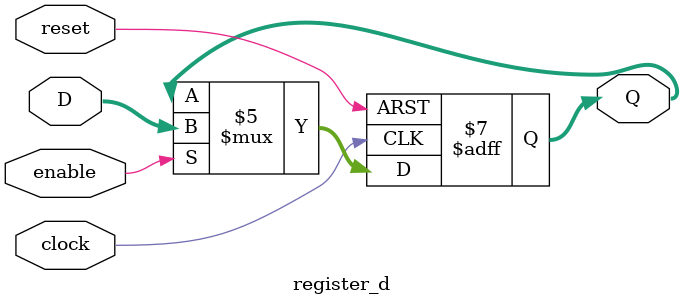
<source format=v>

module register_d(clock, reset, enable, D, Q);
    parameter N = 4;
    parameter reset_value = 1;
    input wire clock, reset, enable;
    input wire [N - 1:0] D;
    output reg [N - 1:0] Q;

    always @ (posedge clock, posedge reset)
        if(reset == 1)
            Q <= reset_value;
        else if(enable == 1)
            Q <= D;
        else
            Q <= Q;
endmodule

</source>
